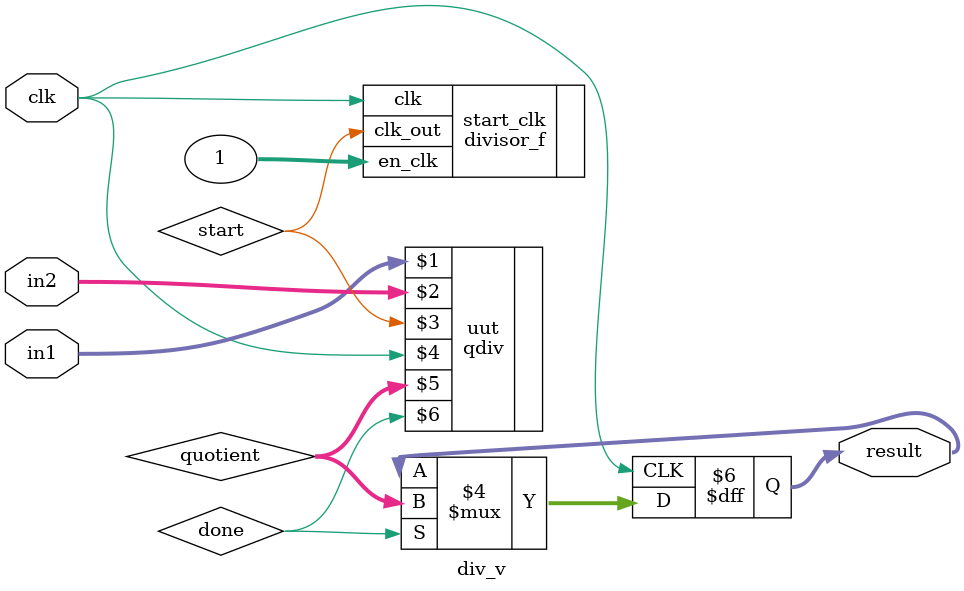
<source format=v>
`timescale 1ns / 1ps

module div_v(
    in1,
    in2,
    clk,
    result
    );

// Entradas
input wire [N-1:0] in1;
input wire [N-1:0] in2;
input wire clk;

// Salidas
output reg [N-1:0] result;

// Parámetros
parameter Q = 15;
parameter N = 28;

/////////////////////////////////////////// MÓDULO ////////////////////////////////////////

wire [N-1:0] quotient;
wire done;

wire start;
divisor_f #(Q+N+10) start_clk (
    .clk(clk),
    .en_clk(1),
    .clk_out(start)
    ); 
    
qdiv #(Q,N)	uut (in1, in2, start, clk, quotient,done);

always @(posedge clk) begin 
    if (done)
        result = quotient;
end

endmodule

</source>
